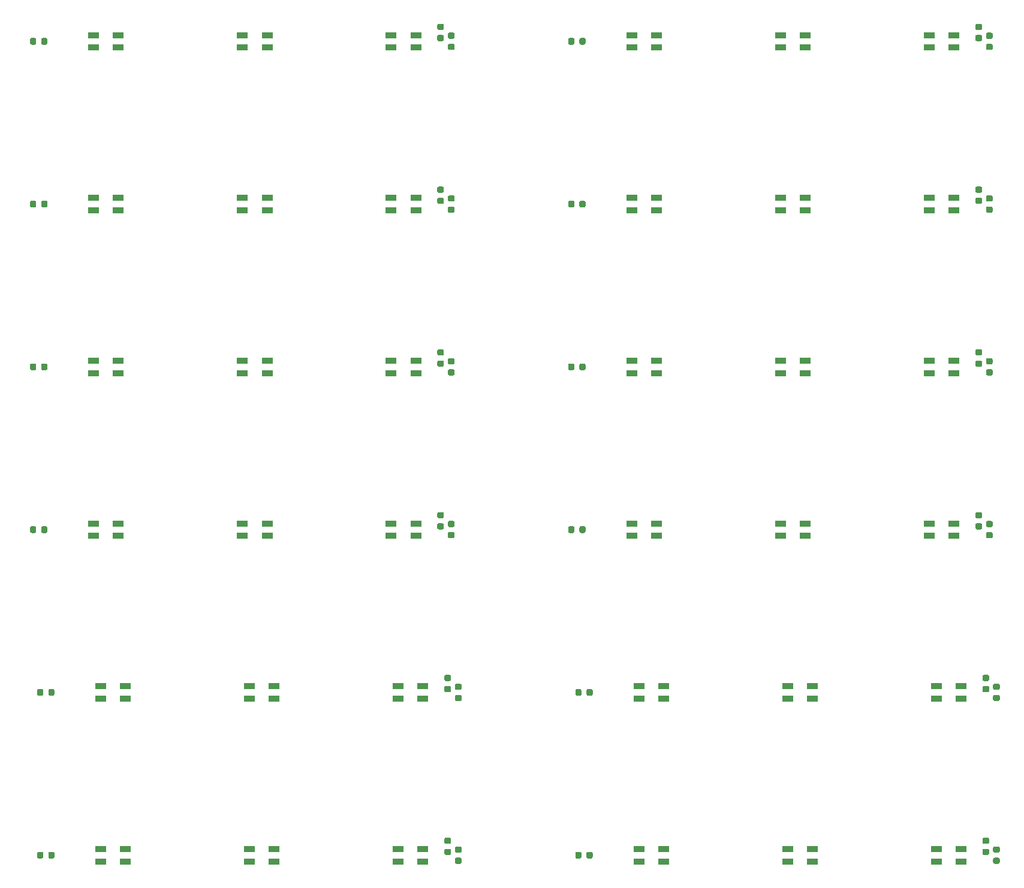
<source format=gbr>
G04 #@! TF.GenerationSoftware,KiCad,Pcbnew,5.1.6*
G04 #@! TF.CreationDate,2020-07-17T09:55:48+02:00*
G04 #@! TF.ProjectId,sevenSegmentClock,73657665-6e53-4656-976d-656e74436c6f,rev?*
G04 #@! TF.SameCoordinates,Original*
G04 #@! TF.FileFunction,Paste,Top*
G04 #@! TF.FilePolarity,Positive*
%FSLAX46Y46*%
G04 Gerber Fmt 4.6, Leading zero omitted, Abs format (unit mm)*
G04 Created by KiCad (PCBNEW 5.1.6) date 2020-07-17 09:55:48*
%MOMM*%
%LPD*%
G01*
G04 APERTURE LIST*
%ADD10R,1.600000X0.850000*%
G04 APERTURE END LIST*
G36*
G01*
X188993750Y-138775000D02*
X189506250Y-138775000D01*
G75*
G02*
X189725000Y-138993750I0J-218750D01*
G01*
X189725000Y-139431250D01*
G75*
G02*
X189506250Y-139650000I-218750J0D01*
G01*
X188993750Y-139650000D01*
G75*
G02*
X188775000Y-139431250I0J218750D01*
G01*
X188775000Y-138993750D01*
G75*
G02*
X188993750Y-138775000I218750J0D01*
G01*
G37*
G36*
G01*
X188993750Y-140350000D02*
X189506250Y-140350000D01*
G75*
G02*
X189725000Y-140568750I0J-218750D01*
G01*
X189725000Y-141006250D01*
G75*
G02*
X189506250Y-141225000I-218750J0D01*
G01*
X188993750Y-141225000D01*
G75*
G02*
X188775000Y-141006250I0J218750D01*
G01*
X188775000Y-140568750D01*
G75*
G02*
X188993750Y-140350000I218750J0D01*
G01*
G37*
G36*
G01*
X188993750Y-163350000D02*
X189506250Y-163350000D01*
G75*
G02*
X189725000Y-163568750I0J-218750D01*
G01*
X189725000Y-164006250D01*
G75*
G02*
X189506250Y-164225000I-218750J0D01*
G01*
X188993750Y-164225000D01*
G75*
G02*
X188775000Y-164006250I0J218750D01*
G01*
X188775000Y-163568750D01*
G75*
G02*
X188993750Y-163350000I218750J0D01*
G01*
G37*
G36*
G01*
X188993750Y-161775000D02*
X189506250Y-161775000D01*
G75*
G02*
X189725000Y-161993750I0J-218750D01*
G01*
X189725000Y-162431250D01*
G75*
G02*
X189506250Y-162650000I-218750J0D01*
G01*
X188993750Y-162650000D01*
G75*
G02*
X188775000Y-162431250I0J218750D01*
G01*
X188775000Y-161993750D01*
G75*
G02*
X188993750Y-161775000I218750J0D01*
G01*
G37*
D10*
X142250000Y-140875000D03*
X142250000Y-139125000D03*
X138750000Y-140875000D03*
X138750000Y-139125000D03*
X138750000Y-162125000D03*
X138750000Y-163875000D03*
X142250000Y-162125000D03*
X142250000Y-163875000D03*
X159750000Y-162125000D03*
X159750000Y-163875000D03*
X163250000Y-162125000D03*
X163250000Y-163875000D03*
X163250000Y-140875000D03*
X163250000Y-139125000D03*
X159750000Y-140875000D03*
X159750000Y-139125000D03*
X184250000Y-140875000D03*
X184250000Y-139125000D03*
X180750000Y-140875000D03*
X180750000Y-139125000D03*
G36*
G01*
X187493750Y-162100000D02*
X188006250Y-162100000D01*
G75*
G02*
X188225000Y-162318750I0J-218750D01*
G01*
X188225000Y-162756250D01*
G75*
G02*
X188006250Y-162975000I-218750J0D01*
G01*
X187493750Y-162975000D01*
G75*
G02*
X187275000Y-162756250I0J218750D01*
G01*
X187275000Y-162318750D01*
G75*
G02*
X187493750Y-162100000I218750J0D01*
G01*
G37*
G36*
G01*
X187493750Y-160525000D02*
X188006250Y-160525000D01*
G75*
G02*
X188225000Y-160743750I0J-218750D01*
G01*
X188225000Y-161181250D01*
G75*
G02*
X188006250Y-161400000I-218750J0D01*
G01*
X187493750Y-161400000D01*
G75*
G02*
X187275000Y-161181250I0J218750D01*
G01*
X187275000Y-160743750D01*
G75*
G02*
X187493750Y-160525000I218750J0D01*
G01*
G37*
G36*
G01*
X130650000Y-162743750D02*
X130650000Y-163256250D01*
G75*
G02*
X130431250Y-163475000I-218750J0D01*
G01*
X129993750Y-163475000D01*
G75*
G02*
X129775000Y-163256250I0J218750D01*
G01*
X129775000Y-162743750D01*
G75*
G02*
X129993750Y-162525000I218750J0D01*
G01*
X130431250Y-162525000D01*
G75*
G02*
X130650000Y-162743750I0J-218750D01*
G01*
G37*
G36*
G01*
X132225000Y-162743750D02*
X132225000Y-163256250D01*
G75*
G02*
X132006250Y-163475000I-218750J0D01*
G01*
X131568750Y-163475000D01*
G75*
G02*
X131350000Y-163256250I0J218750D01*
G01*
X131350000Y-162743750D01*
G75*
G02*
X131568750Y-162525000I218750J0D01*
G01*
X132006250Y-162525000D01*
G75*
G02*
X132225000Y-162743750I0J-218750D01*
G01*
G37*
X180750000Y-162125000D03*
X180750000Y-163875000D03*
X184250000Y-162125000D03*
X184250000Y-163875000D03*
G36*
G01*
X187493750Y-137525000D02*
X188006250Y-137525000D01*
G75*
G02*
X188225000Y-137743750I0J-218750D01*
G01*
X188225000Y-138181250D01*
G75*
G02*
X188006250Y-138400000I-218750J0D01*
G01*
X187493750Y-138400000D01*
G75*
G02*
X187275000Y-138181250I0J218750D01*
G01*
X187275000Y-137743750D01*
G75*
G02*
X187493750Y-137525000I218750J0D01*
G01*
G37*
G36*
G01*
X187493750Y-139100000D02*
X188006250Y-139100000D01*
G75*
G02*
X188225000Y-139318750I0J-218750D01*
G01*
X188225000Y-139756250D01*
G75*
G02*
X188006250Y-139975000I-218750J0D01*
G01*
X187493750Y-139975000D01*
G75*
G02*
X187275000Y-139756250I0J218750D01*
G01*
X187275000Y-139318750D01*
G75*
G02*
X187493750Y-139100000I218750J0D01*
G01*
G37*
G36*
G01*
X132225000Y-139743750D02*
X132225000Y-140256250D01*
G75*
G02*
X132006250Y-140475000I-218750J0D01*
G01*
X131568750Y-140475000D01*
G75*
G02*
X131350000Y-140256250I0J218750D01*
G01*
X131350000Y-139743750D01*
G75*
G02*
X131568750Y-139525000I218750J0D01*
G01*
X132006250Y-139525000D01*
G75*
G02*
X132225000Y-139743750I0J-218750D01*
G01*
G37*
G36*
G01*
X130650000Y-139743750D02*
X130650000Y-140256250D01*
G75*
G02*
X130431250Y-140475000I-218750J0D01*
G01*
X129993750Y-140475000D01*
G75*
G02*
X129775000Y-140256250I0J218750D01*
G01*
X129775000Y-139743750D01*
G75*
G02*
X129993750Y-139525000I218750J0D01*
G01*
X130431250Y-139525000D01*
G75*
G02*
X130650000Y-139743750I0J-218750D01*
G01*
G37*
G36*
G01*
X112993750Y-140350000D02*
X113506250Y-140350000D01*
G75*
G02*
X113725000Y-140568750I0J-218750D01*
G01*
X113725000Y-141006250D01*
G75*
G02*
X113506250Y-141225000I-218750J0D01*
G01*
X112993750Y-141225000D01*
G75*
G02*
X112775000Y-141006250I0J218750D01*
G01*
X112775000Y-140568750D01*
G75*
G02*
X112993750Y-140350000I218750J0D01*
G01*
G37*
G36*
G01*
X112993750Y-138775000D02*
X113506250Y-138775000D01*
G75*
G02*
X113725000Y-138993750I0J-218750D01*
G01*
X113725000Y-139431250D01*
G75*
G02*
X113506250Y-139650000I-218750J0D01*
G01*
X112993750Y-139650000D01*
G75*
G02*
X112775000Y-139431250I0J218750D01*
G01*
X112775000Y-138993750D01*
G75*
G02*
X112993750Y-138775000I218750J0D01*
G01*
G37*
G36*
G01*
X112993750Y-161775000D02*
X113506250Y-161775000D01*
G75*
G02*
X113725000Y-161993750I0J-218750D01*
G01*
X113725000Y-162431250D01*
G75*
G02*
X113506250Y-162650000I-218750J0D01*
G01*
X112993750Y-162650000D01*
G75*
G02*
X112775000Y-162431250I0J218750D01*
G01*
X112775000Y-161993750D01*
G75*
G02*
X112993750Y-161775000I218750J0D01*
G01*
G37*
G36*
G01*
X112993750Y-163350000D02*
X113506250Y-163350000D01*
G75*
G02*
X113725000Y-163568750I0J-218750D01*
G01*
X113725000Y-164006250D01*
G75*
G02*
X113506250Y-164225000I-218750J0D01*
G01*
X112993750Y-164225000D01*
G75*
G02*
X112775000Y-164006250I0J218750D01*
G01*
X112775000Y-163568750D01*
G75*
G02*
X112993750Y-163350000I218750J0D01*
G01*
G37*
X62750000Y-139125000D03*
X62750000Y-140875000D03*
X66250000Y-139125000D03*
X66250000Y-140875000D03*
X66250000Y-163875000D03*
X66250000Y-162125000D03*
X62750000Y-163875000D03*
X62750000Y-162125000D03*
X87250000Y-163875000D03*
X87250000Y-162125000D03*
X83750000Y-163875000D03*
X83750000Y-162125000D03*
X83750000Y-139125000D03*
X83750000Y-140875000D03*
X87250000Y-139125000D03*
X87250000Y-140875000D03*
X104750000Y-139125000D03*
X104750000Y-140875000D03*
X108250000Y-139125000D03*
X108250000Y-140875000D03*
G36*
G01*
X111493750Y-160525000D02*
X112006250Y-160525000D01*
G75*
G02*
X112225000Y-160743750I0J-218750D01*
G01*
X112225000Y-161181250D01*
G75*
G02*
X112006250Y-161400000I-218750J0D01*
G01*
X111493750Y-161400000D01*
G75*
G02*
X111275000Y-161181250I0J218750D01*
G01*
X111275000Y-160743750D01*
G75*
G02*
X111493750Y-160525000I218750J0D01*
G01*
G37*
G36*
G01*
X111493750Y-162100000D02*
X112006250Y-162100000D01*
G75*
G02*
X112225000Y-162318750I0J-218750D01*
G01*
X112225000Y-162756250D01*
G75*
G02*
X112006250Y-162975000I-218750J0D01*
G01*
X111493750Y-162975000D01*
G75*
G02*
X111275000Y-162756250I0J218750D01*
G01*
X111275000Y-162318750D01*
G75*
G02*
X111493750Y-162100000I218750J0D01*
G01*
G37*
G36*
G01*
X56225000Y-162743750D02*
X56225000Y-163256250D01*
G75*
G02*
X56006250Y-163475000I-218750J0D01*
G01*
X55568750Y-163475000D01*
G75*
G02*
X55350000Y-163256250I0J218750D01*
G01*
X55350000Y-162743750D01*
G75*
G02*
X55568750Y-162525000I218750J0D01*
G01*
X56006250Y-162525000D01*
G75*
G02*
X56225000Y-162743750I0J-218750D01*
G01*
G37*
G36*
G01*
X54650000Y-162743750D02*
X54650000Y-163256250D01*
G75*
G02*
X54431250Y-163475000I-218750J0D01*
G01*
X53993750Y-163475000D01*
G75*
G02*
X53775000Y-163256250I0J218750D01*
G01*
X53775000Y-162743750D01*
G75*
G02*
X53993750Y-162525000I218750J0D01*
G01*
X54431250Y-162525000D01*
G75*
G02*
X54650000Y-162743750I0J-218750D01*
G01*
G37*
X108250000Y-163875000D03*
X108250000Y-162125000D03*
X104750000Y-163875000D03*
X104750000Y-162125000D03*
G36*
G01*
X111493750Y-139100000D02*
X112006250Y-139100000D01*
G75*
G02*
X112225000Y-139318750I0J-218750D01*
G01*
X112225000Y-139756250D01*
G75*
G02*
X112006250Y-139975000I-218750J0D01*
G01*
X111493750Y-139975000D01*
G75*
G02*
X111275000Y-139756250I0J218750D01*
G01*
X111275000Y-139318750D01*
G75*
G02*
X111493750Y-139100000I218750J0D01*
G01*
G37*
G36*
G01*
X111493750Y-137525000D02*
X112006250Y-137525000D01*
G75*
G02*
X112225000Y-137743750I0J-218750D01*
G01*
X112225000Y-138181250D01*
G75*
G02*
X112006250Y-138400000I-218750J0D01*
G01*
X111493750Y-138400000D01*
G75*
G02*
X111275000Y-138181250I0J218750D01*
G01*
X111275000Y-137743750D01*
G75*
G02*
X111493750Y-137525000I218750J0D01*
G01*
G37*
G36*
G01*
X54650000Y-139743750D02*
X54650000Y-140256250D01*
G75*
G02*
X54431250Y-140475000I-218750J0D01*
G01*
X53993750Y-140475000D01*
G75*
G02*
X53775000Y-140256250I0J218750D01*
G01*
X53775000Y-139743750D01*
G75*
G02*
X53993750Y-139525000I218750J0D01*
G01*
X54431250Y-139525000D01*
G75*
G02*
X54650000Y-139743750I0J-218750D01*
G01*
G37*
G36*
G01*
X56225000Y-139743750D02*
X56225000Y-140256250D01*
G75*
G02*
X56006250Y-140475000I-218750J0D01*
G01*
X55568750Y-140475000D01*
G75*
G02*
X55350000Y-140256250I0J218750D01*
G01*
X55350000Y-139743750D01*
G75*
G02*
X55568750Y-139525000I218750J0D01*
G01*
X56006250Y-139525000D01*
G75*
G02*
X56225000Y-139743750I0J-218750D01*
G01*
G37*
G36*
G01*
X187993750Y-94350000D02*
X188506250Y-94350000D01*
G75*
G02*
X188725000Y-94568750I0J-218750D01*
G01*
X188725000Y-95006250D01*
G75*
G02*
X188506250Y-95225000I-218750J0D01*
G01*
X187993750Y-95225000D01*
G75*
G02*
X187775000Y-95006250I0J218750D01*
G01*
X187775000Y-94568750D01*
G75*
G02*
X187993750Y-94350000I218750J0D01*
G01*
G37*
G36*
G01*
X187993750Y-92775000D02*
X188506250Y-92775000D01*
G75*
G02*
X188725000Y-92993750I0J-218750D01*
G01*
X188725000Y-93431250D01*
G75*
G02*
X188506250Y-93650000I-218750J0D01*
G01*
X187993750Y-93650000D01*
G75*
G02*
X187775000Y-93431250I0J218750D01*
G01*
X187775000Y-92993750D01*
G75*
G02*
X187993750Y-92775000I218750J0D01*
G01*
G37*
G36*
G01*
X187993750Y-115775000D02*
X188506250Y-115775000D01*
G75*
G02*
X188725000Y-115993750I0J-218750D01*
G01*
X188725000Y-116431250D01*
G75*
G02*
X188506250Y-116650000I-218750J0D01*
G01*
X187993750Y-116650000D01*
G75*
G02*
X187775000Y-116431250I0J218750D01*
G01*
X187775000Y-115993750D01*
G75*
G02*
X187993750Y-115775000I218750J0D01*
G01*
G37*
G36*
G01*
X187993750Y-117350000D02*
X188506250Y-117350000D01*
G75*
G02*
X188725000Y-117568750I0J-218750D01*
G01*
X188725000Y-118006250D01*
G75*
G02*
X188506250Y-118225000I-218750J0D01*
G01*
X187993750Y-118225000D01*
G75*
G02*
X187775000Y-118006250I0J218750D01*
G01*
X187775000Y-117568750D01*
G75*
G02*
X187993750Y-117350000I218750J0D01*
G01*
G37*
G36*
G01*
X187993750Y-46775000D02*
X188506250Y-46775000D01*
G75*
G02*
X188725000Y-46993750I0J-218750D01*
G01*
X188725000Y-47431250D01*
G75*
G02*
X188506250Y-47650000I-218750J0D01*
G01*
X187993750Y-47650000D01*
G75*
G02*
X187775000Y-47431250I0J218750D01*
G01*
X187775000Y-46993750D01*
G75*
G02*
X187993750Y-46775000I218750J0D01*
G01*
G37*
G36*
G01*
X187993750Y-48350000D02*
X188506250Y-48350000D01*
G75*
G02*
X188725000Y-48568750I0J-218750D01*
G01*
X188725000Y-49006250D01*
G75*
G02*
X188506250Y-49225000I-218750J0D01*
G01*
X187993750Y-49225000D01*
G75*
G02*
X187775000Y-49006250I0J218750D01*
G01*
X187775000Y-48568750D01*
G75*
G02*
X187993750Y-48350000I218750J0D01*
G01*
G37*
G36*
G01*
X129650000Y-70743750D02*
X129650000Y-71256250D01*
G75*
G02*
X129431250Y-71475000I-218750J0D01*
G01*
X128993750Y-71475000D01*
G75*
G02*
X128775000Y-71256250I0J218750D01*
G01*
X128775000Y-70743750D01*
G75*
G02*
X128993750Y-70525000I218750J0D01*
G01*
X129431250Y-70525000D01*
G75*
G02*
X129650000Y-70743750I0J-218750D01*
G01*
G37*
G36*
G01*
X131225000Y-70743750D02*
X131225000Y-71256250D01*
G75*
G02*
X131006250Y-71475000I-218750J0D01*
G01*
X130568750Y-71475000D01*
G75*
G02*
X130350000Y-71256250I0J218750D01*
G01*
X130350000Y-70743750D01*
G75*
G02*
X130568750Y-70525000I218750J0D01*
G01*
X131006250Y-70525000D01*
G75*
G02*
X131225000Y-70743750I0J-218750D01*
G01*
G37*
X162250000Y-48875000D03*
X162250000Y-47125000D03*
X158750000Y-48875000D03*
X158750000Y-47125000D03*
X183250000Y-48875000D03*
X183250000Y-47125000D03*
X179750000Y-48875000D03*
X179750000Y-47125000D03*
X137750000Y-93125000D03*
X137750000Y-94875000D03*
X141250000Y-93125000D03*
X141250000Y-94875000D03*
G36*
G01*
X186493750Y-70100000D02*
X187006250Y-70100000D01*
G75*
G02*
X187225000Y-70318750I0J-218750D01*
G01*
X187225000Y-70756250D01*
G75*
G02*
X187006250Y-70975000I-218750J0D01*
G01*
X186493750Y-70975000D01*
G75*
G02*
X186275000Y-70756250I0J218750D01*
G01*
X186275000Y-70318750D01*
G75*
G02*
X186493750Y-70100000I218750J0D01*
G01*
G37*
G36*
G01*
X186493750Y-68525000D02*
X187006250Y-68525000D01*
G75*
G02*
X187225000Y-68743750I0J-218750D01*
G01*
X187225000Y-69181250D01*
G75*
G02*
X187006250Y-69400000I-218750J0D01*
G01*
X186493750Y-69400000D01*
G75*
G02*
X186275000Y-69181250I0J218750D01*
G01*
X186275000Y-68743750D01*
G75*
G02*
X186493750Y-68525000I218750J0D01*
G01*
G37*
X141250000Y-117875000D03*
X141250000Y-116125000D03*
X137750000Y-117875000D03*
X137750000Y-116125000D03*
X162250000Y-117875000D03*
X162250000Y-116125000D03*
X158750000Y-117875000D03*
X158750000Y-116125000D03*
X158750000Y-93125000D03*
X158750000Y-94875000D03*
X162250000Y-93125000D03*
X162250000Y-94875000D03*
X179750000Y-93125000D03*
X179750000Y-94875000D03*
X183250000Y-93125000D03*
X183250000Y-94875000D03*
G36*
G01*
X186493750Y-114525000D02*
X187006250Y-114525000D01*
G75*
G02*
X187225000Y-114743750I0J-218750D01*
G01*
X187225000Y-115181250D01*
G75*
G02*
X187006250Y-115400000I-218750J0D01*
G01*
X186493750Y-115400000D01*
G75*
G02*
X186275000Y-115181250I0J218750D01*
G01*
X186275000Y-114743750D01*
G75*
G02*
X186493750Y-114525000I218750J0D01*
G01*
G37*
G36*
G01*
X186493750Y-116100000D02*
X187006250Y-116100000D01*
G75*
G02*
X187225000Y-116318750I0J-218750D01*
G01*
X187225000Y-116756250D01*
G75*
G02*
X187006250Y-116975000I-218750J0D01*
G01*
X186493750Y-116975000D01*
G75*
G02*
X186275000Y-116756250I0J218750D01*
G01*
X186275000Y-116318750D01*
G75*
G02*
X186493750Y-116100000I218750J0D01*
G01*
G37*
G36*
G01*
X131225000Y-116743750D02*
X131225000Y-117256250D01*
G75*
G02*
X131006250Y-117475000I-218750J0D01*
G01*
X130568750Y-117475000D01*
G75*
G02*
X130350000Y-117256250I0J218750D01*
G01*
X130350000Y-116743750D01*
G75*
G02*
X130568750Y-116525000I218750J0D01*
G01*
X131006250Y-116525000D01*
G75*
G02*
X131225000Y-116743750I0J-218750D01*
G01*
G37*
G36*
G01*
X129650000Y-116743750D02*
X129650000Y-117256250D01*
G75*
G02*
X129431250Y-117475000I-218750J0D01*
G01*
X128993750Y-117475000D01*
G75*
G02*
X128775000Y-117256250I0J218750D01*
G01*
X128775000Y-116743750D01*
G75*
G02*
X128993750Y-116525000I218750J0D01*
G01*
X129431250Y-116525000D01*
G75*
G02*
X129650000Y-116743750I0J-218750D01*
G01*
G37*
X183250000Y-117875000D03*
X183250000Y-116125000D03*
X179750000Y-117875000D03*
X179750000Y-116125000D03*
X141250000Y-48875000D03*
X141250000Y-47125000D03*
X137750000Y-48875000D03*
X137750000Y-47125000D03*
G36*
G01*
X131225000Y-47743750D02*
X131225000Y-48256250D01*
G75*
G02*
X131006250Y-48475000I-218750J0D01*
G01*
X130568750Y-48475000D01*
G75*
G02*
X130350000Y-48256250I0J218750D01*
G01*
X130350000Y-47743750D01*
G75*
G02*
X130568750Y-47525000I218750J0D01*
G01*
X131006250Y-47525000D01*
G75*
G02*
X131225000Y-47743750I0J-218750D01*
G01*
G37*
G36*
G01*
X129650000Y-47743750D02*
X129650000Y-48256250D01*
G75*
G02*
X129431250Y-48475000I-218750J0D01*
G01*
X128993750Y-48475000D01*
G75*
G02*
X128775000Y-48256250I0J218750D01*
G01*
X128775000Y-47743750D01*
G75*
G02*
X128993750Y-47525000I218750J0D01*
G01*
X129431250Y-47525000D01*
G75*
G02*
X129650000Y-47743750I0J-218750D01*
G01*
G37*
X158750000Y-70125000D03*
X158750000Y-71875000D03*
X162250000Y-70125000D03*
X162250000Y-71875000D03*
X179750000Y-70125000D03*
X179750000Y-71875000D03*
X183250000Y-70125000D03*
X183250000Y-71875000D03*
G36*
G01*
X186493750Y-93100000D02*
X187006250Y-93100000D01*
G75*
G02*
X187225000Y-93318750I0J-218750D01*
G01*
X187225000Y-93756250D01*
G75*
G02*
X187006250Y-93975000I-218750J0D01*
G01*
X186493750Y-93975000D01*
G75*
G02*
X186275000Y-93756250I0J218750D01*
G01*
X186275000Y-93318750D01*
G75*
G02*
X186493750Y-93100000I218750J0D01*
G01*
G37*
G36*
G01*
X186493750Y-91525000D02*
X187006250Y-91525000D01*
G75*
G02*
X187225000Y-91743750I0J-218750D01*
G01*
X187225000Y-92181250D01*
G75*
G02*
X187006250Y-92400000I-218750J0D01*
G01*
X186493750Y-92400000D01*
G75*
G02*
X186275000Y-92181250I0J218750D01*
G01*
X186275000Y-91743750D01*
G75*
G02*
X186493750Y-91525000I218750J0D01*
G01*
G37*
G36*
G01*
X187993750Y-71350000D02*
X188506250Y-71350000D01*
G75*
G02*
X188725000Y-71568750I0J-218750D01*
G01*
X188725000Y-72006250D01*
G75*
G02*
X188506250Y-72225000I-218750J0D01*
G01*
X187993750Y-72225000D01*
G75*
G02*
X187775000Y-72006250I0J218750D01*
G01*
X187775000Y-71568750D01*
G75*
G02*
X187993750Y-71350000I218750J0D01*
G01*
G37*
G36*
G01*
X187993750Y-69775000D02*
X188506250Y-69775000D01*
G75*
G02*
X188725000Y-69993750I0J-218750D01*
G01*
X188725000Y-70431250D01*
G75*
G02*
X188506250Y-70650000I-218750J0D01*
G01*
X187993750Y-70650000D01*
G75*
G02*
X187775000Y-70431250I0J218750D01*
G01*
X187775000Y-69993750D01*
G75*
G02*
X187993750Y-69775000I218750J0D01*
G01*
G37*
G36*
G01*
X129650000Y-93743750D02*
X129650000Y-94256250D01*
G75*
G02*
X129431250Y-94475000I-218750J0D01*
G01*
X128993750Y-94475000D01*
G75*
G02*
X128775000Y-94256250I0J218750D01*
G01*
X128775000Y-93743750D01*
G75*
G02*
X128993750Y-93525000I218750J0D01*
G01*
X129431250Y-93525000D01*
G75*
G02*
X129650000Y-93743750I0J-218750D01*
G01*
G37*
G36*
G01*
X131225000Y-93743750D02*
X131225000Y-94256250D01*
G75*
G02*
X131006250Y-94475000I-218750J0D01*
G01*
X130568750Y-94475000D01*
G75*
G02*
X130350000Y-94256250I0J218750D01*
G01*
X130350000Y-93743750D01*
G75*
G02*
X130568750Y-93525000I218750J0D01*
G01*
X131006250Y-93525000D01*
G75*
G02*
X131225000Y-93743750I0J-218750D01*
G01*
G37*
X137750000Y-70125000D03*
X137750000Y-71875000D03*
X141250000Y-70125000D03*
X141250000Y-71875000D03*
G36*
G01*
X186493750Y-45525000D02*
X187006250Y-45525000D01*
G75*
G02*
X187225000Y-45743750I0J-218750D01*
G01*
X187225000Y-46181250D01*
G75*
G02*
X187006250Y-46400000I-218750J0D01*
G01*
X186493750Y-46400000D01*
G75*
G02*
X186275000Y-46181250I0J218750D01*
G01*
X186275000Y-45743750D01*
G75*
G02*
X186493750Y-45525000I218750J0D01*
G01*
G37*
G36*
G01*
X186493750Y-47100000D02*
X187006250Y-47100000D01*
G75*
G02*
X187225000Y-47318750I0J-218750D01*
G01*
X187225000Y-47756250D01*
G75*
G02*
X187006250Y-47975000I-218750J0D01*
G01*
X186493750Y-47975000D01*
G75*
G02*
X186275000Y-47756250I0J218750D01*
G01*
X186275000Y-47318750D01*
G75*
G02*
X186493750Y-47100000I218750J0D01*
G01*
G37*
G36*
G01*
X111993750Y-92775000D02*
X112506250Y-92775000D01*
G75*
G02*
X112725000Y-92993750I0J-218750D01*
G01*
X112725000Y-93431250D01*
G75*
G02*
X112506250Y-93650000I-218750J0D01*
G01*
X111993750Y-93650000D01*
G75*
G02*
X111775000Y-93431250I0J218750D01*
G01*
X111775000Y-92993750D01*
G75*
G02*
X111993750Y-92775000I218750J0D01*
G01*
G37*
G36*
G01*
X111993750Y-94350000D02*
X112506250Y-94350000D01*
G75*
G02*
X112725000Y-94568750I0J-218750D01*
G01*
X112725000Y-95006250D01*
G75*
G02*
X112506250Y-95225000I-218750J0D01*
G01*
X111993750Y-95225000D01*
G75*
G02*
X111775000Y-95006250I0J218750D01*
G01*
X111775000Y-94568750D01*
G75*
G02*
X111993750Y-94350000I218750J0D01*
G01*
G37*
G36*
G01*
X53650000Y-116743750D02*
X53650000Y-117256250D01*
G75*
G02*
X53431250Y-117475000I-218750J0D01*
G01*
X52993750Y-117475000D01*
G75*
G02*
X52775000Y-117256250I0J218750D01*
G01*
X52775000Y-116743750D01*
G75*
G02*
X52993750Y-116525000I218750J0D01*
G01*
X53431250Y-116525000D01*
G75*
G02*
X53650000Y-116743750I0J-218750D01*
G01*
G37*
G36*
G01*
X55225000Y-116743750D02*
X55225000Y-117256250D01*
G75*
G02*
X55006250Y-117475000I-218750J0D01*
G01*
X54568750Y-117475000D01*
G75*
G02*
X54350000Y-117256250I0J218750D01*
G01*
X54350000Y-116743750D01*
G75*
G02*
X54568750Y-116525000I218750J0D01*
G01*
X55006250Y-116525000D01*
G75*
G02*
X55225000Y-116743750I0J-218750D01*
G01*
G37*
X86250000Y-94875000D03*
X86250000Y-93125000D03*
X82750000Y-94875000D03*
X82750000Y-93125000D03*
X107250000Y-94875000D03*
X107250000Y-93125000D03*
X103750000Y-94875000D03*
X103750000Y-93125000D03*
G36*
G01*
X110493750Y-116100000D02*
X111006250Y-116100000D01*
G75*
G02*
X111225000Y-116318750I0J-218750D01*
G01*
X111225000Y-116756250D01*
G75*
G02*
X111006250Y-116975000I-218750J0D01*
G01*
X110493750Y-116975000D01*
G75*
G02*
X110275000Y-116756250I0J218750D01*
G01*
X110275000Y-116318750D01*
G75*
G02*
X110493750Y-116100000I218750J0D01*
G01*
G37*
G36*
G01*
X110493750Y-114525000D02*
X111006250Y-114525000D01*
G75*
G02*
X111225000Y-114743750I0J-218750D01*
G01*
X111225000Y-115181250D01*
G75*
G02*
X111006250Y-115400000I-218750J0D01*
G01*
X110493750Y-115400000D01*
G75*
G02*
X110275000Y-115181250I0J218750D01*
G01*
X110275000Y-114743750D01*
G75*
G02*
X110493750Y-114525000I218750J0D01*
G01*
G37*
X65250000Y-94875000D03*
X65250000Y-93125000D03*
X61750000Y-94875000D03*
X61750000Y-93125000D03*
G36*
G01*
X55225000Y-93743750D02*
X55225000Y-94256250D01*
G75*
G02*
X55006250Y-94475000I-218750J0D01*
G01*
X54568750Y-94475000D01*
G75*
G02*
X54350000Y-94256250I0J218750D01*
G01*
X54350000Y-93743750D01*
G75*
G02*
X54568750Y-93525000I218750J0D01*
G01*
X55006250Y-93525000D01*
G75*
G02*
X55225000Y-93743750I0J-218750D01*
G01*
G37*
G36*
G01*
X53650000Y-93743750D02*
X53650000Y-94256250D01*
G75*
G02*
X53431250Y-94475000I-218750J0D01*
G01*
X52993750Y-94475000D01*
G75*
G02*
X52775000Y-94256250I0J218750D01*
G01*
X52775000Y-93743750D01*
G75*
G02*
X52993750Y-93525000I218750J0D01*
G01*
X53431250Y-93525000D01*
G75*
G02*
X53650000Y-93743750I0J-218750D01*
G01*
G37*
X82750000Y-116125000D03*
X82750000Y-117875000D03*
X86250000Y-116125000D03*
X86250000Y-117875000D03*
X103750000Y-116125000D03*
X103750000Y-117875000D03*
X107250000Y-116125000D03*
X107250000Y-117875000D03*
G36*
G01*
X111993750Y-117350000D02*
X112506250Y-117350000D01*
G75*
G02*
X112725000Y-117568750I0J-218750D01*
G01*
X112725000Y-118006250D01*
G75*
G02*
X112506250Y-118225000I-218750J0D01*
G01*
X111993750Y-118225000D01*
G75*
G02*
X111775000Y-118006250I0J218750D01*
G01*
X111775000Y-117568750D01*
G75*
G02*
X111993750Y-117350000I218750J0D01*
G01*
G37*
G36*
G01*
X111993750Y-115775000D02*
X112506250Y-115775000D01*
G75*
G02*
X112725000Y-115993750I0J-218750D01*
G01*
X112725000Y-116431250D01*
G75*
G02*
X112506250Y-116650000I-218750J0D01*
G01*
X111993750Y-116650000D01*
G75*
G02*
X111775000Y-116431250I0J218750D01*
G01*
X111775000Y-115993750D01*
G75*
G02*
X111993750Y-115775000I218750J0D01*
G01*
G37*
X61750000Y-116125000D03*
X61750000Y-117875000D03*
X65250000Y-116125000D03*
X65250000Y-117875000D03*
G36*
G01*
X110493750Y-91525000D02*
X111006250Y-91525000D01*
G75*
G02*
X111225000Y-91743750I0J-218750D01*
G01*
X111225000Y-92181250D01*
G75*
G02*
X111006250Y-92400000I-218750J0D01*
G01*
X110493750Y-92400000D01*
G75*
G02*
X110275000Y-92181250I0J218750D01*
G01*
X110275000Y-91743750D01*
G75*
G02*
X110493750Y-91525000I218750J0D01*
G01*
G37*
G36*
G01*
X110493750Y-93100000D02*
X111006250Y-93100000D01*
G75*
G02*
X111225000Y-93318750I0J-218750D01*
G01*
X111225000Y-93756250D01*
G75*
G02*
X111006250Y-93975000I-218750J0D01*
G01*
X110493750Y-93975000D01*
G75*
G02*
X110275000Y-93756250I0J218750D01*
G01*
X110275000Y-93318750D01*
G75*
G02*
X110493750Y-93100000I218750J0D01*
G01*
G37*
G36*
G01*
X111993750Y-69775000D02*
X112506250Y-69775000D01*
G75*
G02*
X112725000Y-69993750I0J-218750D01*
G01*
X112725000Y-70431250D01*
G75*
G02*
X112506250Y-70650000I-218750J0D01*
G01*
X111993750Y-70650000D01*
G75*
G02*
X111775000Y-70431250I0J218750D01*
G01*
X111775000Y-69993750D01*
G75*
G02*
X111993750Y-69775000I218750J0D01*
G01*
G37*
G36*
G01*
X111993750Y-71350000D02*
X112506250Y-71350000D01*
G75*
G02*
X112725000Y-71568750I0J-218750D01*
G01*
X112725000Y-72006250D01*
G75*
G02*
X112506250Y-72225000I-218750J0D01*
G01*
X111993750Y-72225000D01*
G75*
G02*
X111775000Y-72006250I0J218750D01*
G01*
X111775000Y-71568750D01*
G75*
G02*
X111993750Y-71350000I218750J0D01*
G01*
G37*
X86250000Y-71875000D03*
X86250000Y-70125000D03*
X82750000Y-71875000D03*
X82750000Y-70125000D03*
X107250000Y-71875000D03*
X107250000Y-70125000D03*
X103750000Y-71875000D03*
X103750000Y-70125000D03*
X65250000Y-71875000D03*
X65250000Y-70125000D03*
X61750000Y-71875000D03*
X61750000Y-70125000D03*
G36*
G01*
X55225000Y-70743750D02*
X55225000Y-71256250D01*
G75*
G02*
X55006250Y-71475000I-218750J0D01*
G01*
X54568750Y-71475000D01*
G75*
G02*
X54350000Y-71256250I0J218750D01*
G01*
X54350000Y-70743750D01*
G75*
G02*
X54568750Y-70525000I218750J0D01*
G01*
X55006250Y-70525000D01*
G75*
G02*
X55225000Y-70743750I0J-218750D01*
G01*
G37*
G36*
G01*
X53650000Y-70743750D02*
X53650000Y-71256250D01*
G75*
G02*
X53431250Y-71475000I-218750J0D01*
G01*
X52993750Y-71475000D01*
G75*
G02*
X52775000Y-71256250I0J218750D01*
G01*
X52775000Y-70743750D01*
G75*
G02*
X52993750Y-70525000I218750J0D01*
G01*
X53431250Y-70525000D01*
G75*
G02*
X53650000Y-70743750I0J-218750D01*
G01*
G37*
G36*
G01*
X110493750Y-68525000D02*
X111006250Y-68525000D01*
G75*
G02*
X111225000Y-68743750I0J-218750D01*
G01*
X111225000Y-69181250D01*
G75*
G02*
X111006250Y-69400000I-218750J0D01*
G01*
X110493750Y-69400000D01*
G75*
G02*
X110275000Y-69181250I0J218750D01*
G01*
X110275000Y-68743750D01*
G75*
G02*
X110493750Y-68525000I218750J0D01*
G01*
G37*
G36*
G01*
X110493750Y-70100000D02*
X111006250Y-70100000D01*
G75*
G02*
X111225000Y-70318750I0J-218750D01*
G01*
X111225000Y-70756250D01*
G75*
G02*
X111006250Y-70975000I-218750J0D01*
G01*
X110493750Y-70975000D01*
G75*
G02*
X110275000Y-70756250I0J218750D01*
G01*
X110275000Y-70318750D01*
G75*
G02*
X110493750Y-70100000I218750J0D01*
G01*
G37*
G36*
G01*
X110493750Y-47100000D02*
X111006250Y-47100000D01*
G75*
G02*
X111225000Y-47318750I0J-218750D01*
G01*
X111225000Y-47756250D01*
G75*
G02*
X111006250Y-47975000I-218750J0D01*
G01*
X110493750Y-47975000D01*
G75*
G02*
X110275000Y-47756250I0J218750D01*
G01*
X110275000Y-47318750D01*
G75*
G02*
X110493750Y-47100000I218750J0D01*
G01*
G37*
G36*
G01*
X110493750Y-45525000D02*
X111006250Y-45525000D01*
G75*
G02*
X111225000Y-45743750I0J-218750D01*
G01*
X111225000Y-46181250D01*
G75*
G02*
X111006250Y-46400000I-218750J0D01*
G01*
X110493750Y-46400000D01*
G75*
G02*
X110275000Y-46181250I0J218750D01*
G01*
X110275000Y-45743750D01*
G75*
G02*
X110493750Y-45525000I218750J0D01*
G01*
G37*
G36*
G01*
X111993750Y-48350000D02*
X112506250Y-48350000D01*
G75*
G02*
X112725000Y-48568750I0J-218750D01*
G01*
X112725000Y-49006250D01*
G75*
G02*
X112506250Y-49225000I-218750J0D01*
G01*
X111993750Y-49225000D01*
G75*
G02*
X111775000Y-49006250I0J218750D01*
G01*
X111775000Y-48568750D01*
G75*
G02*
X111993750Y-48350000I218750J0D01*
G01*
G37*
G36*
G01*
X111993750Y-46775000D02*
X112506250Y-46775000D01*
G75*
G02*
X112725000Y-46993750I0J-218750D01*
G01*
X112725000Y-47431250D01*
G75*
G02*
X112506250Y-47650000I-218750J0D01*
G01*
X111993750Y-47650000D01*
G75*
G02*
X111775000Y-47431250I0J218750D01*
G01*
X111775000Y-46993750D01*
G75*
G02*
X111993750Y-46775000I218750J0D01*
G01*
G37*
X103750000Y-47125000D03*
X103750000Y-48875000D03*
X107250000Y-47125000D03*
X107250000Y-48875000D03*
X82750000Y-47125000D03*
X82750000Y-48875000D03*
X86250000Y-47125000D03*
X86250000Y-48875000D03*
X61750000Y-47125000D03*
X61750000Y-48875000D03*
X65250000Y-47125000D03*
X65250000Y-48875000D03*
G36*
G01*
X53650000Y-47743750D02*
X53650000Y-48256250D01*
G75*
G02*
X53431250Y-48475000I-218750J0D01*
G01*
X52993750Y-48475000D01*
G75*
G02*
X52775000Y-48256250I0J218750D01*
G01*
X52775000Y-47743750D01*
G75*
G02*
X52993750Y-47525000I218750J0D01*
G01*
X53431250Y-47525000D01*
G75*
G02*
X53650000Y-47743750I0J-218750D01*
G01*
G37*
G36*
G01*
X55225000Y-47743750D02*
X55225000Y-48256250D01*
G75*
G02*
X55006250Y-48475000I-218750J0D01*
G01*
X54568750Y-48475000D01*
G75*
G02*
X54350000Y-48256250I0J218750D01*
G01*
X54350000Y-47743750D01*
G75*
G02*
X54568750Y-47525000I218750J0D01*
G01*
X55006250Y-47525000D01*
G75*
G02*
X55225000Y-47743750I0J-218750D01*
G01*
G37*
M02*

</source>
